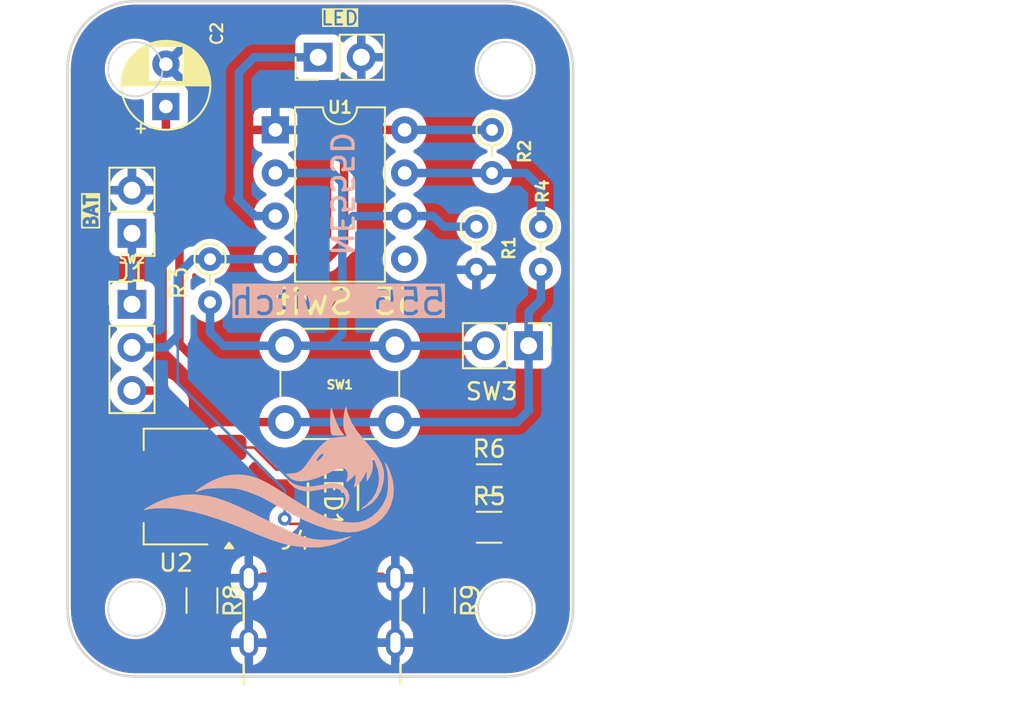
<source format=kicad_pcb>
(kicad_pcb (version 20240108) (generator "pcbnew") (generator_version "8.0")
  (layers (0 "F.Cu" signal) (31 "B.Cu" signal) (34 "B.Paste" user) (35 "F.Paste" user) (36 "B.SilkS" user "B.Silkscreen") (37 "F.SilkS" user "F.Silkscreen") (38 "B.Mask" user) (39 "F.Mask" user) (44 "Edge.Cuts" user))
  (net 0 "")
  (net 1 "Net-(C2-Pad1)")
  (net 2 "GND")
  (net 3 "Net-(U1-THR)")
  (net 4 "/VBAT")
  (net 5 "Net-(U1-DIS)")
  (net 7 "Net-(J4-CC1)")
  (net 8 "/VUSB")
  (net 9 "Net-(J3-Pin_1)")
  (net 10 "Net-(J4-CC2)")
  (net 11 "Net-(LED1-GND-Pad4)")
  (net 12 "/3V3")
  (net 13 "Net-(LED1-GND-Pad1)")
  (net 14 "VCC")
  (footprint "Package_TO_SOT_SMD:SOT-223-3_TabPin2" (layer "F.Cu") (at 116 115 180)
    (property "Reference" "U2" (at 0 -4.5 0) (layer "F.SilkS"))
    (property "Value" "AMS1117-3V3")
    (fp_line (start 1.91 3.41) (end 1.91 2.15) (stroke (width 0.12)) (layer "F.SilkS"))
    (fp_line (start 1.91 -3.41) (end 1.91 -2.15) (stroke (width 0.12)) (layer "F.SilkS"))
    (fp_line (start -1.85 3.41) (end 1.91 3.41) (stroke (width 0.12)) (layer "F.SilkS"))
    (fp_line (start -1.85 -3.41) (end 1.91 -3.41) (stroke (width 0.12)) (layer "F.SilkS"))
    (fp_poly (pts (xy -3.13 -3.31) (xy -3.37 -3.64) (xy -2.89 -3.64) (xy -3.13 -3.31)) (stroke (width 0.12)) (fill solid) (layer "F.SilkS"))
    (pad "1" smd roundrect (at -3.15 -2.3 180) (size 2 1.5) (layers "F.Cu" "F.Paste" "F.Mask") (net 8 "/VUSB"))
    (pad "2" smd roundrect (at -3.15 0 180) (size 2 1.5) (layers "F.Cu" "F.Paste" "F.Mask") (net 2 "GND"))
    (pad "2" smd roundrect (at 3.15 0 180) (size 2 3.8) (layers "F.Cu" "F.Paste" "F.Mask") (net 2 "GND"))
    (pad "3" smd roundrect (at -3.15 2.3 180) (size 2 1.5) (layers "F.Cu" "F.Paste" "F.Mask") (net 12 "/3V3"))
  )
  (footprint "Capacitor_THT:CP_Radial_D5.0mm_P2.50mm" (layer "F.Cu") (at 115.4 92.605113 90)
    (property "Reference" "C2" (at 4.3 3 270) (layer "F.SilkS") (effects (font (size 0.7 0.7) (thickness 0.125))))
    (property "Value" "10uF")
    (fp_line (start 1.29 -2.58) (end 1.29 2.58) (stroke (width 0.12)) (layer "F.SilkS"))
    (fp_line (start 1.25 -2.58) (end 1.25 2.58) (stroke (width 0.12)) (layer "F.SilkS"))
    (fp_line (start 1.33 -2.579) (end 1.33 2.579) (stroke (width 0.12)) (layer "F.SilkS"))
    (fp_line (start 1.37 -2.578) (end 1.37 2.578) (stroke (width 0.12)) (layer "F.SilkS"))
    (fp_line (start 1.41 -2.576) (end 1.41 2.576) (stroke (width 0.12)) (layer "F.SilkS"))
    (fp_line (start 1.45 -2.573) (end 1.45 2.573) (stroke (width 0.12)) (layer "F.SilkS"))
    (fp_line (start 1.49 -2.569) (end 1.49 -1.04) (stroke (width 0.12)) (layer "F.SilkS"))
    (fp_line (start 1.53 -2.565) (end 1.53 -1.04) (stroke (width 0.12)) (layer "F.SilkS"))
    (fp_line (start 1.57 -2.561) (end 1.57 -1.04) (stroke (width 0.12)) (layer "F.SilkS"))
    (fp_line (start 1.61 -2.556) (end 1.61 -1.04) (stroke (width 0.12)) (layer "F.SilkS"))
    (fp_line (start 1.65 -2.55) (end 1.65 -1.04) (stroke (width 0.12)) (layer "F.SilkS"))
    (fp_line (start 1.69 -2.543) (end 1.69 -1.04) (stroke (width 0.12)) (layer "F.SilkS"))
    (fp_line (start 1.73 -2.536) (end 1.73 -1.04) (stroke (width 0.12)) (layer "F.SilkS"))
    (fp_line (start 1.77 -2.528) (end 1.77 -1.04) (stroke (width 0.12)) (layer "F.SilkS"))
    (fp_line (start 1.81 -2.52) (end 1.81 -1.04) (stroke (width 0.12)) (layer "F.SilkS"))
    (fp_line (start 1.85 -2.511) (end 1.85 -1.04) (stroke (width 0.12)) (layer "F.SilkS"))
    (fp_line (start 1.89 -2.501) (end 1.89 -1.04) (stroke (width 0.12)) (layer "F.SilkS"))
    (fp_line (start 1.93 -2.491) (end 1.93 -1.04) (stroke (width 0.12)) (layer "F.SilkS"))
    (fp_line (start 1.971 -2.48) (end 1.971 -1.04) (stroke (width 0.12)) (layer "F.SilkS"))
    (fp_line (start 2.011 -2.468) (end 2.011 -1.04) (stroke (width 0.12)) (layer "F.SilkS"))
    (fp_line (start 2.051 -2.455) (end 2.051 -1.04) (stroke (width 0.12)) (layer "F.SilkS"))
    (fp_line (start 2.091 -2.442) (end 2.091 -1.04) (stroke (width 0.12)) (layer "F.SilkS"))
    (fp_line (start 2.131 -2.428) (end 2.131 -1.04) (stroke (width 0.12)) (layer "F.SilkS"))
    (fp_line (start 2.171 -2.414) (end 2.171 -1.04) (stroke (width 0.12)) (layer "F.SilkS"))
    (fp_line (start 2.211 -2.398) (end 2.211 -1.04) (stroke (width 0.12)) (layer "F.SilkS"))
    (fp_line (start 2.251 -2.382) (end 2.251 -1.04) (stroke (width 0.12)) (layer "F.SilkS"))
    (fp_line (start 2.291 -2.365) (end 2.291 -1.04) (stroke (width 0.12)) (layer "F.SilkS"))
    (fp_line (start 2.331 -2.348) (end 2.331 -1.04) (stroke (width 0.12)) (layer "F.SilkS"))
    (fp_line (start 2.371 -2.329) (end 2.371 -1.04) (stroke (width 0.12)) (layer "F.SilkS"))
    (fp_line (start 2.411 -2.31) (end 2.411 -1.04) (stroke (width 0.12)) (layer "F.SilkS"))
    (fp_line (start 2.451 -2.29) (end 2.451 -1.04) (stroke (width 0.12)) (layer "F.SilkS"))
    (fp_line (start 2.491 -2.268) (end 2.491 -1.04) (stroke (width 0.12)) (layer "F.SilkS"))
    (fp_line (start 2.531 -2.247) (end 2.531 -1.04) (stroke (width 0.12)) (layer "F.SilkS"))
    (fp_line (start 2.571 -2.224) (end 2.571 -1.04) (stroke (width 0.12)) (layer "F.SilkS"))
    (fp_line (start 2.611 -2.2) (end 2.611 -1.04) (stroke (width 0.12)) (layer "F.SilkS"))
    (fp_line (start 2.651 -2.175) (end 2.651 -1.04) (stroke (width 0.12)) (layer "F.SilkS"))
    (fp_line (start 2.691 -2.149) (end 2.691 -1.04) (stroke (width 0.12)) (layer "F.SilkS"))
    (fp_line (start 2.731 -2.122) (end 2.731 -1.04) (stroke (width 0.12)) (layer "F.SilkS"))
    (fp_line (start 2.771 -2.095) (end 2.771 -1.04) (stroke (width 0.12)) (layer "F.SilkS"))
    (fp_line (start 2.811 -2.065) (end 2.811 -1.04) (stroke (width 0.12)) (layer "F.SilkS"))
    (fp_line (start 2.851 -2.035) (end 2.851 -1.04) (stroke (width 0.12)) (layer "F.SilkS"))
    (fp_line (start 2.891 -2.004) (end 2.891 -1.04) (stroke (width 0.12)) (layer "F.SilkS"))
    (fp_line (start 2.931 -1.971) (end 2.931 -1.04) (stroke (width 0.12)) (layer "F.SilkS"))
    (fp_line (start 2.971 -1.937) (end 2.971 -1.04) (stroke (width 0.12)) (layer "F.SilkS"))
    (fp_line (start 3.011 -1.901) (end 3.011 -1.04) (stroke (width 0.12)) (layer "F.SilkS"))
    (fp_line (start 3.051 -1.864) (end 3.051 -1.04) (stroke (width 0.12)) (layer "F.SilkS"))
    (fp_line (start 3.091 -1.826) (end 3.091 -1.04) (stroke (width 0.12)) (layer "F.SilkS"))
    (fp_line (start 3.131 -1.785) (end 3.131 -1.04) (stroke (width 0.12)) (layer "F.SilkS"))
    (fp_line (start 3.171 -1.743) (end 3.171 -1.04) (stroke (width 0.12)) (layer "F.SilkS"))
    (fp_line (start -1.304775 -1.725) (end -1.304775 -1.225) (stroke (width 0.12)) (layer "F.SilkS"))
    (fp_line (start 3.211 -1.699) (end 3.211 -1.04) (stroke (width 0.12)) (layer "F.SilkS"))
    (fp_line (start 3.251 -1.653) (end 3.251 -1.04) (stroke (width 0.12)) (layer "F.SilkS"))
    (fp_line (start 3.291 -1.605) (end 3.291 -1.04) (stroke (width 0.12)) (layer "F.SilkS"))
    (fp_line (start 3.331 -1.554) (end 3.331 -1.04) (stroke (width 0.12)) (layer "F.SilkS"))
    (fp_line (start 3.371 -1.5) (end 3.371 -1.04) (stroke (width 0.12)) (layer "F.SilkS"))
    (fp_line (start -1.554775 -1.475) (end -1.054775 -1.475) (stroke (width 0.12)) (layer "F.SilkS"))
    (fp_line (start 3.411 -1.443) (end 3.411 -1.04) (stroke (width 0.12)) (layer "F.SilkS"))
    (fp_line (start 3.451 -1.383) (end 3.451 -1.04) (stroke (width 0.12)) (layer "F.SilkS"))
    (fp_line (start 3.491 -1.319) (end 3.491 -1.04) (stroke (width 0.12)) (layer "F.SilkS"))
    (fp_line (start 3.531 -1.251) (end 3.531 -1.04) (stroke (width 0.12)) (layer "F.SilkS"))
    (fp_line (start 3.571 -1.178) (end 3.571 1.178) (stroke (width 0.12)) (layer "F.SilkS"))
    (fp_line (start 3.611 -1.098) (end 3.611 1.098) (stroke (width 0.12)) (layer "F.SilkS"))
    (fp_line (start 3.651 -1.011) (end 3.651 1.011) (stroke (width 0.12)) (layer "F.SilkS"))
    (fp_line (start 3.691 -0.915) (end 3.691 0.915) (stroke (width 0.12)) (layer "F.SilkS"))
    (fp_line (start 3.731 -0.805) (end 3.731 0.805) (stroke (width 0.12)) (layer "F.SilkS"))
    (fp_line (start 3.771 -0.677) (end 3.771 0.677) (stroke (width 0.12)) (layer "F.SilkS"))
    (fp_line (start 3.811 -0.518) (end 3.811 0.518) (stroke (width 0.12)) (layer "F.SilkS"))
    (fp_line (start 3.851 -0.284) (end 3.851 0.284) (stroke (width 0.12)) (layer "F.SilkS"))
    (fp_line (start 3.531 1.04) (end 3.531 1.251) (stroke (width 0.12)) (layer "F.SilkS"))
    (fp_line (start 3.491 1.04) (end 3.491 1.319) (stroke (width 0.12)) (layer "F.SilkS"))
    (fp_line (start 3.451 1.04) (end 3.451 1.383) (stroke (width 0.12)) (layer "F.SilkS"))
    (fp_line (start 3.411 1.04) (end 3.411 1.443) (stroke (width 0.12)) (layer "F.SilkS"))
    (fp_line (start 3.371 1.04) (end 3.371 1.5) (stroke (width 0.12)) (layer "F.SilkS"))
    (fp_line (start 3.331 1.04) (end 3.331 1.554) (stroke (width 0.12)) (layer "F.SilkS"))
    (fp_line (start 3.291 1.04) (end 3.291 1.605) (stroke (width 0.12)) (layer "F.SilkS"))
    (fp_line (start 3.251 1.04) (end 3.251 1.653) (stroke (width 0.12)) (layer "F.SilkS"))
    (fp_line (start 3.211 1.04) (end 3.211 1.699) (stroke (width 0.12)) (layer "F.SilkS"))
    (fp_line (start 3.171 1.04) (end 3.171 1.743) (stroke (width 0.12)) (layer "F.SilkS"))
    (fp_line (start 3.131 1.04) (end 3.131 1.785) (stroke (width 0.12)) (layer "F.SilkS"))
    (fp_line (start 3.091 1.04) (end 3.091 1.826) (stroke (width 0.12)) (layer "F.SilkS"))
    (fp_line (start 3.051 1.04) (end 3.051 1.864) (stroke (width 0.12)) (layer "F.SilkS"))
    (fp_line (start 3.011 1.04) (end 3.011 1.901) (stroke (width 0.12)) (layer "F.SilkS"))
    (fp_line (start 2.971 1.04) (end 2.971 1.937) (stroke (width 0.12)) (layer "F.SilkS"))
    (fp_line (start 2.931 1.04) (end 2.931 1.971) (stroke (width 0.12)) (layer "F.SilkS"))
    (fp_line (start 2.891 1.04) (end 2.891 2.004) (stroke (width 0.12)) (layer "F.SilkS"))
    (fp_line (start 2.851 1.04) (end 2.851 2.035) (stroke (width 0.12)) (layer "F.SilkS"))
    (fp_line (start 2.811 1.04) (end 2.811 2.065) (stroke (width 0.12)) (layer "F.SilkS"))
    (fp_line (start 2.771 1.04) (end 2.771 2.095) (stroke (width 0.12)) (layer "F.SilkS"))
    (fp_line (start 2.731 1.04) (end 2.731 2.122) (stroke (width 0.12)) (layer "F.SilkS"))
    (fp_line (start 2.691 1.04) (end 2.691 2.149) (stroke (width 0.12)) (layer "F.SilkS"))
    (fp_line (start 2.651 1.04) (end 2.651 2.175) (stroke (width 0.12)) (layer "F.SilkS"))
    (fp_line (start 2.611 1.04) (end 2.611 2.2) (stroke (width 0.12)) (layer "F.SilkS"))
    (fp_line (start 2.571 1.04) (end 2.571 2.224) (stroke (width 0.12)) (layer "F.SilkS"))
    (fp_line (start 2.531 1.04) (end 2.531 2.247) (stroke (width 0.12)) (layer "F.SilkS"))
    (fp_line (start 2.491 1.04) (end 2.491 2.268) (stroke (width 0.12)) (layer "F.SilkS"))
    (fp_line (start 2.451 1.04) (end 2.451 2.29) (stroke (width 0.12)) (layer "F.SilkS"))
    (fp_line (start 2.411 1.04) (end 2.411 2.31) (stroke (width 0.12)) (layer "F.SilkS"))
    (fp_line (start 2.371 1.04) (end 2.371 2.329) (stroke (width 0.12)) (layer "F.SilkS"))
    (fp_line (start 2.331 1.04) (end 2.331 2.348) (stroke (width 0.12)) (layer "F.SilkS"))
    (fp_line (start 2.291 1.04) (end 2.291 2.365) (stroke (width 0.12)) (layer "F.SilkS"))
    (fp_line (start 2.251 1.04) (end 2.251 2.382) (stroke (width 0.12)) (layer "F.SilkS"))
    (fp_line (start 2.211 1.04) (end 2.211 2.398) (stroke (width 0.12)) (layer "F.SilkS"))
    (fp_line (start 2.171 1.04) (end 2.171 2.414) (stroke (width 0.12)) (layer "F.SilkS"))
    (fp_line (start 2.131 1.04) (end 2.131 2.428) (stroke (width 0.12)) (layer "F.SilkS"))
    (fp_line (start 2.091 1.04) (end 2.091 2.442) (stroke (width 0.12)) (layer "F.SilkS"))
    (fp_line (start 2.051 1.04) (end 2.051 2.455) (stroke (width 0.12)) (layer "F.SilkS"))
    (fp_line (start 2.011 1.04) (end 2.011 2.468) (stroke (width 0.12)) (layer "F.SilkS"))
    (fp_line (start 1.971 1.04) (end 1.971 2.48) (stroke (width 0.12)) (layer "F.SilkS"))
    (fp_line (start 1.93 1.04) (end 1.93 2.491) (stroke (width 0.12)) (layer "F.SilkS"))
    (fp_line (start 1.89 1.04) (end 1.89 2.501) (stroke (width 0.12)) (layer "F.SilkS"))
    (fp_line (start 1.85 1.04) (end 1.85 2.511) (stroke (width 0.12)) (layer "F.SilkS"))
    (fp_line (start 1.81 1.04) (end 1.81 2.52) (stroke (width 0.12)) (layer "F.SilkS"))
    (fp_line (start 1.77 1.04) (end 1.77 2.528) (stroke (width 0.12)) (layer "F.SilkS"))
    (fp_line (start 1.73 1.04) (end 1.73 2.536) (stroke (width 0.12)) (layer "F.SilkS"))
    (fp_line (start 1.69 1.04) (end 1.69 2.543) (stroke (width 0.12)) (layer "F.SilkS"))
    (fp_line (start 1.65 1.04) (end 1.65 2.55) (stroke (width 0.12)) (layer "F.SilkS"))
    (fp_line (start 1.61 1.04) (end 1.61 2.556) (stroke (width 0.12)) (layer "F.SilkS"))
    (fp_line (start 1.57 1.04) (end 1.57 2.561) (stroke (width 0.12)) (layer "F.SilkS"))
    (fp_line (start 1.53 1.04) (end 1.53 2.565) (stroke (width 0.12)) (layer "F.SilkS"))
    (fp_line (start 1.49 1.04) (end 1.49 2.569) (stroke (width 0.12)) (layer "F.SilkS"))
    (fp_circle (center 1.25 0) (end 3.87 0) (stroke (width 0.12)) (fill none) (layer "F.SilkS"))
    (pad "1" thru_hole rect (at 0 0 90) (size 1.6 1.6) (drill 0.8) (layers "*.Cu" "*.Mask") (net 1 "Net-(C2-Pad1)"))
    (pad "2" thru_hole circle (at 2.5 0 90) (size 1.6 1.6) (drill 0.8) (layers "*.Cu" "*.Mask") (net 2 "GND"))
  )
  (footprint "Package_DIP:DIP-8_W7.62mm" (layer "F.Cu") (at 121.85 93.98)
    (property "Reference" "U1" (at 3.81 -1.33 0) (layer "F.SilkS") (effects (font (size 0.7 0.7))))
    (property "Value" "NE555D")
    (fp_line (start 1.16 -1.33) (end 1.16 8.95) (stroke (width 0.12)) (layer "F.SilkS"))
    (fp_line (start 1.16 8.95) (end 6.46 8.95) (stroke (width 0.12)) (layer "F.SilkS"))
    (fp_line (start 2.81 -1.33) (end 1.16 -1.33) (stroke (width 0.12)) (layer "F.SilkS"))
    (fp_line (start 6.46 -1.33) (end 4.81 -1.33) (stroke (width 0.12)) (layer "F.SilkS"))
    (fp_line (start 6.46 8.95) (end 6.46 -1.33) (stroke (width 0.12)) (layer "F.SilkS"))
    (fp_arc (start 4.81 -1.33) (mid 3.81 -0.33) (end 2.81 -1.33) (stroke (width 0.12)) (layer "F.SilkS"))
    (pad "1" thru_hole rect (at 0 0) (size 1.6 1.6) (drill 0.8) (layers "*.Cu" "*.Mask") (net 2 "GND"))
    (pad "2" thru_hole oval (at 0 2.54) (size 1.6 1.6) (drill 0.8) (layers "*.Cu" "*.Mask") (net 3 "Net-(U1-THR)"))
    (pad "3" thru_hole oval (at 0 5.08) (size 1.6 1.6) (drill 0.8) (layers "*.Cu" "*.Mask") (net 9 "Net-(J3-Pin_1)"))
    (pad "4" thru_hole oval (at 0 7.62) (size 1.6 1.6) (drill 0.8) (layers "*.Cu" "*.Mask") (net 14 "VCC"))
    (pad "5" thru_hole oval (at 7.62 7.62) (size 1.6 1.6) (drill 0.8) (layers "*.Cu" "*.Mask"))
    (pad "6" thru_hole oval (at 7.62 5.08) (size 1.6 1.6) (drill 0.8) (layers "*.Cu" "*.Mask") (net 3 "Net-(U1-THR)"))
    (pad "7" thru_hole oval (at 7.62 2.54) (size 1.6 1.6) (drill 0.8) (layers "*.Cu" "*.Mask") (net 5 "Net-(U1-DIS)"))
    (pad "8" thru_hole oval (at 7.62 0) (size 1.6 1.6) (drill 0.8) (layers "*.Cu" "*.Mask") (net 14 "VCC"))
  )
  (footprint "Resistor_THT:R_Axial_DIN0204_L3.6mm_D1.6mm_P2.54mm_Vertical" (layer "F.Cu") (at 137.5 99.68 -90)
    (property "Reference" "R4" (at -2.08 -0.1 90) (layer "F.SilkS") (effects (font (size 0.7 0.7))))
    (property "Value" "10k")
    (fp_line (start 0.92 0) (end 1.54 0) (stroke (width 0.12)) (layer "F.SilkS"))
    (fp_circle (center 0 0) (end 0.92 0) (stroke (width 0.12)) (fill none) (layer "F.SilkS"))
    (pad "1" thru_hole circle (at 0 0 270) (size 1.4 1.4) (drill 0.7) (layers "*.Cu" "*.Mask") (net 5 "Net-(U1-DIS)"))
    (pad "2" thru_hole oval (at 2.54 0 270) (size 1.4 1.4) (drill 0.7) (layers "*.Cu" "*.Mask") (net 1 "Net-(C2-Pad1)"))
  )
  (footprint "Resistor_SMD:R_1206_3216Metric_Pad1.30x1.75mm_HandSolder" (layer "F.Cu") (at 134.45 117.4)
    (property "Reference" "R5" (at 0 -1.82 0) (layer "F.SilkS"))
    (property "Value" "5k1")
    (fp_line (start -0.727064 -0.91) (end 0.727064 -0.91) (stroke (width 0.12)) (layer "F.SilkS"))
    (fp_line (start -0.727064 0.91) (end 0.727064 0.91) (stroke (width 0.12)) (layer "F.SilkS"))
    (pad "1" smd roundrect (at -1.55 0) (size 1.3 1.75) (layers "F.Cu" "F.Paste" "F.Mask") (roundrect_rratio 0.192308) (net 11 "Net-(LED1-GND-Pad4)"))
    (pad "2" smd roundrect (at 1.55 0) (size 1.3 1.75) (layers "F.Cu" "F.Paste" "F.Mask") (roundrect_rratio 0.192308) (net 2 "GND"))
  )
  (footprint "Connector_PinHeader_2.54mm:PinHeader_1x02_P2.54mm_Vertical" (layer "F.Cu") (at 113.4 100.075 180)
    (property "Reference" "J1" (at 0 -2.33 0) (layer "F.SilkS"))
    (property "Value" "3V3")
    (fp_line (start 1.33 1.27) (end 1.33 3.87) (stroke (width 0.12)) (layer "F.SilkS"))
    (fp_line (start -1.33 3.87) (end 1.33 3.87) (stroke (width 0.12)) (layer "F.SilkS"))
    (fp_line (start -1.33 1.27) (end 1.33 1.27) (stroke (width 0.12)) (layer "F.SilkS"))
    (fp_line (start -1.33 1.27) (end -1.33 3.87) (stroke (width 0.12)) (layer "F.SilkS"))
    (fp_line (start -1.33 0) (end -1.33 -1.33) (stroke (width 0.12)) (layer "F.SilkS"))
    (fp_line (start -1.33 -1.33) (end 0 -1.33) (stroke (width 0.12)) (layer "F.SilkS"))
    (pad "1" thru_hole rect (at 0 0 180) (size 1.7 1.7) (drill 1) (layers "*.Cu" "*.Mask") (net 4 "/VBAT"))
    (pad "2" thru_hole oval (at 0 2.54 180) (size 1.7 1.7) (drill 1) (layers "*.Cu" "*.Mask") (net 2 "GND"))
  )
  (footprint "Alexander Footprint Library:USB-C MOLEX 2171750001" (layer "F.Cu") (at 124.605 126.8)
    (property "Reference" "J4" (at -1.5875 -8.605 0) (layer "F.SilkS"))
    (property "Value" "USB-C_Receptacle_PowerOnly_6P_MOLEX-2171750001")
    (fp_line (start -4.62 -3.75) (end -4.62 -5.2) (stroke (width 0.15)) (layer "F.SilkS"))
    (fp_line (start -4.62 -0.15) (end -4.62 -1.4) (stroke (width 0.15)) (layer "F.SilkS"))
    (fp_line (start 4.62 -3.75) (end 4.62 -5.2) (stroke (width 0.15)) (layer "F.SilkS"))
    (fp_line (start 4.62 -0.15) (end 4.62 -1.4) (stroke (width 0.15)) (layer "F.SilkS"))
    (pad "A5" smd rect (at -0.5 -6.48) (size 0.7 1.2) (layers "F.Cu" "F.Paste") (net 7 "Net-(J4-CC1)"))
    (pad "A9" smd rect (at 1.52 -6.48) (size 0.76 1.2) (layers "F.Cu" "F.Paste") (net 8 "/VUSB"))
    (pad "A12" smd rect (at 2.75 -6.48) (size 0.8 1.2) (layers "F.Cu" "F.Paste") (net 2 "GND"))
    (pad "B5" smd rect (at 0.5 -6.48) (size 0.7 1.2) (layers "F.Cu" "F.Paste") (net 10 "Net-(J4-CC2)"))
    (pad "B9" smd rect (at -1.52 -6.48) (size 0.76 1.2) (layers "F.Cu" "F.Paste") (net 8 "/VUSB"))
    (pad "B12" smd rect (at -2.75 -6.48) (size 0.8 1.2) (layers "F.Cu" "F.Paste") (net 2 "GND"))
    (pad "S1" thru_hole oval (at -4.32 -2.6) (size 1.1 1.7) (drill oval 0.6 1.2) (layers "*.Cu" "*.Mask") (net 2 "GND"))
    (pad "S2" thru_hole oval (at 4.32 -2.6) (size 1.1 1.7) (drill oval 0.6 1.2) (layers "*.Cu" "*.Mask") (net 2 "GND"))
    (pad "S3" thru_hole oval (at -4.32 -6.4) (size 1.1 1.7) (drill oval 0.6 1.2) (layers "*.Cu" "*.Mask") (net 2 "GND"))
    (pad "S4" thru_hole oval (at 4.32 -6.4) (size 1.1 1.7) (drill oval 0.6 1.2) (layers "*.Cu" "*.Mask") (net 2 "GND"))
  )
  (footprint "Alexander Footprint Library:B1552_HVK-M" (layer "F.Cu") (at 125.249999 115.6002 -90)
    (property "Reference" "LED1" (at 0 0 -90) (layer "F.SilkS"))
    (property "Value" "LED-RED-GREEN-B1552USUG20D")
    (fp_line (start -0.777373 1.4732) (end 0.777373 1.4732) (stroke (width 0.1524)) (layer "F.SilkS"))
    (fp_line (start -0.777373 -1.4732) (end 0.777373 -1.4732) (stroke (width 0.1524)) (layer "F.SilkS"))
    (fp_text user "*" (at -2.2352 -1.8041 -90) (layer "F.SilkS"))
    (fp_text user "*" (at -2.2352 -1.8041 90) (layer "F.SilkS"))
    (pad "1" smd rect (at -1.6002 -0.750001 270) (size 1.1176 1.0414) (layers "F.Cu" "F.Paste" "F.Mask") (net 13 "Net-(LED1-GND-Pad1)"))
    (pad "2" smd rect (at -1.6002 0.750001 270) (size 1.1176 1.0414) (layers "F.Cu" "F.Paste" "F.Mask") (net 12 "/3V3"))
    (pad "3" smd rect (at 1.6002 0.750001 270) (size 1.1176 1.0414) (layers "F.Cu" "F.Paste" "F.Mask") (net 14 "VCC"))
    (pad "4" smd rect (at 1.6002 -0.750001 270) (size 1.1176 1.0414) (layers "F.Cu" "F.Paste" "F.Mask") (net 11 "Net-(LED1-GND-Pad4)"))
  )
  (footprint "Resistor_SMD:R_1206_3216Metric_Pad1.30x1.75mm_HandSolder" (layer "F.Cu") (at 117.525 121.72 -90)
    (property "Reference" "R8" (at 0 -1.82 90) (layer "F.SilkS"))
    (property "Value" "5K7")
    (fp_line (start -0.727064 0.91) (end 0.727064 0.91) (stroke (width 0.12)) (layer "F.SilkS"))
    (fp_line (start -0.727064 -0.91) (end 0.727064 -0.91) (stroke (width 0.12)) (layer "F.SilkS"))
    (pad "1" smd roundrect (at -1.55 0 270) (size 1.3 1.75) (layers "F.Cu" "F.Paste" "F.Mask") (roundrect_rratio 0.192308) (net 2 "GND"))
    (pad "2" smd roundrect (at 1.55 0 270) (size 1.3 1.75) (layers "F.Cu" "F.Paste" "F.Mask") (roundrect_rratio 0.192308) (net 7 "Net-(J4-CC1)"))
  )
  (footprint "Connector_PinHeader_2.54mm:PinHeader_1x03_P2.54mm_Vertical" (layer "F.Cu") (at 113.4 104.26)
    (property "Reference" "SW2" (at -0.008 -2.672 0) (layer "F.SilkS") (effects (font (size 0.5 0.5) (thickness 0.125))))
    (property "Value" "SW_SPDT")
    (fp_line (start -1.33 -1.33) (end 0 -1.33) (stroke (width 0.12)) (layer "F.SilkS"))
    (fp_line (start -1.33 0) (end -1.33 -1.33) (stroke (width 0.12)) (layer "F.SilkS"))
    (fp_line (start -1.33 1.27) (end -1.33 6.41) (stroke (width 0.12)) (layer "F.SilkS"))
    (fp_line (start -1.33 1.27) (end 1.33 1.27) (stroke (width 0.12)) (layer "F.SilkS"))
    (fp_line (start -1.33 6.41) (end 1.33 6.41) (stroke (width 0.12)) (layer "F.SilkS"))
    (fp_line (start 1.33 1.27) (end 1.33 6.41) (stroke (width 0.12)) (layer "F.SilkS"))
    (pad "1" thru_hole rect (at 0 0) (size 1.7 1.7) (drill 1) (layers "*.Cu" "*.Mask") (net 4 "/VBAT"))
    (pad "2" thru_hole oval (at 0 2.54) (size 1.7 1.7) (drill 1) (layers "*.Cu" "*.Mask") (net 14 "VCC"))
    (pad "3" thru_hole oval (at 0 5.08) (size 1.7 1.7) (drill 1) (layers "*.Cu" "*.Mask") (net 12 "/3V3"))
  )
  (footprint "Resistor_SMD:R_1206_3216Metric_Pad1.30x1.75mm_HandSolder" (layer "F.Cu") (at 134.45 114.6)
    (property "Reference" "R6" (at 0 -1.82 0) (layer "F.SilkS"))
    (property "Value" "5k1")
    (fp_line (start -0.727064 -0.91) (end 0.727064 -0.91) (stroke (width 0.12)) (layer "F.SilkS"))
    (fp_line (start -0.727064 0.91) (end 0.727064 0.91) (stroke (width 0.12)) (layer "F.SilkS"))
    (pad "1" smd roundrect (at -1.55 0) (size 1.3 1.75) (layers "F.Cu" "F.Paste" "F.Mask") (roundrect_rratio 0.192308) (net 13 "Net-(LED1-GND-Pad1)"))
    (pad "2" smd roundrect (at 1.55 0) (size 1.3 1.75) (layers "F.Cu" "F.Paste" "F.Mask") (roundrect_rratio 0.192308) (net 2 "GND"))
  )
  (footprint "Resistor_SMD:R_1206_3216Metric_Pad1.30x1.75mm_HandSolder" (layer "F.Cu") (at 131.525 121.72 -90)
    (property "Reference" "R9" (at 0 -1.82 90) (layer "F.SilkS"))
    (property "Value" "5K7")
    (fp_line (start -0.727064 0.91) (end 0.727064 0.91) (stroke (width 0.12)) (layer "F.SilkS"))
    (fp_line (start -0.727064 -0.91) (end 0.727064 -0.91) (stroke (width 0.12)) (layer "F.SilkS"))
    (pad "1" smd roundrect (at -1.55 0 270) (size 1.3 1.75) (layers "F.Cu" "F.Paste" "F.Mask") (roundrect_rratio 0.192308) (net 2 "GND"))
    (pad "2" smd roundrect (at 1.55 0 270) (size 1.3 1.75) (layers "F.Cu" "F.Paste" "F.Mask") (roundrect_rratio 0.192308) (net 10 "Net-(J4-CC2)"))
  )
  (footprint "Resistor_THT:R_Axial_DIN0204_L3.6mm_D1.6mm_P2.54mm_Vertical" (layer "F.Cu") (at 133.7 99.68 -90)
    (property "Reference" "R1" (at 1.27 -1.92 90) (layer "F.SilkS") (effects (font (size 0.7 0.7))))
    (property "Value" "10k")
    (fp_line (start 0.92 0) (end 1.54 0) (stroke (width 0.12)) (layer "F.SilkS"))
    (fp_circle (center 0 0) (end 0.92 0) (stroke (width 0.12)) (fill none) (layer "F.SilkS"))
    (pad "1" thru_hole circle (at 0 0 270) (size 1.4 1.4) (drill 0.7) (layers "*.Cu" "*.Mask") (net 3 "Net-(U1-THR)"))
    (pad "2" thru_hole oval (at 2.54 0 270) (size 1.4 1.4) (drill 0.7) (layers "*.Cu" "*.Mask") (net 2 "GND"))
  )
  (footprint "Resistor_THT:R_Axial_DIN0204_L3.6mm_D1.6mm_P2.54mm_Vertical" (layer "F.Cu") (at 134.62 93.98 -90)
    (property "Reference" "R2" (at 1.27 -1.92 90) (layer "F.SilkS") (effects (font (size 0.7 0.7))))
    (property "Value" "10k")
    (fp_line (start 0.92 0) (end 1.54 0) (stroke (width 0.12)) (layer "F.SilkS"))
    (fp_circle (center 0 0) (end 0.92 0) (stroke (width 0.12)) (fill none) (layer "F.SilkS"))
    (pad "1" thru_hole circle (at 0 0 270) (size 1.4 1.4) (drill 0.7) (layers "*.Cu" "*.Mask") (net 14 "VCC"))
    (pad "2" thru_hole oval (at 2.54 0 270) (size 1.4 1.4) (drill 0.7) (layers "*.Cu" "*.Mask") (net 5 "Net-(U1-DIS)"))
  )
  (footprint "Connector_PinHeader_2.54mm:PinHeader_1x02_P2.54mm_Vertical" (layer "F.Cu") (at 124.375 89.7 90)
    (property "Reference" "J3" (hide yes))
    (property "Value" "OUT")
    (fp_line (start -1.33 -1.33) (end 0 -1.33) (stroke (width 0.12)) (layer "F.SilkS"))
    (fp_line (start -1.33 0) (end -1.33 -1.33) (stroke (width 0.12)) (layer "F.SilkS"))
    (fp_line (start 1.33 1.27) (end 1.33 3.87) (stroke (width 0.12)) (layer "F.SilkS"))
    (fp_line (start -1.33 1.27) (end 1.33 1.27) (stroke (width 0.12)) (layer "F.SilkS"))
    (fp_line (start -1.33 1.27) (end -1.33 3.87) (stroke (width 0.12)) (layer "F.SilkS"))
    (fp_line (start -1.33 3.87) (end 1.33 3.87) (stroke (width 0.12)) (layer "F.SilkS"))
    (pad "1" thru_hole rect (at 0 0 90) (size 1.7 1.7) (drill 1) (layers "*.Cu" "*.Mask") (net 9 "Net-(J3-Pin_1)"))
    (pad "2" thru_hole oval (at 0 2.54 90) (size 1.7 1.7) (drill 1) (layers "*.Cu" "*.Mask") (net 2 "GND"))
  )
  (footprint "Connector_PinHeader_2.54mm:PinHeader_1x02_P2.54mm_Vertical" (layer "F.Cu") (at 136.775 106.7 -90)
    (property "Reference" "SW3" (at 2.7 2.175 0) (layer "F.SilkS"))
    (property "Value" "SW_Reed")
    (fp_line (start -1.33 3.87) (end 1.33 3.87) (stroke (width 0.12)) (layer "F.SilkS"))
    (fp_line (start -1.33 1.27) (end -1.33 3.87) (stroke (width 0.12)) (layer "F.SilkS"))
    (fp_line (start -1.33 1.27) (end 1.33 1.27) (stroke (width 0.12)) (layer "F.SilkS"))
    (fp_line (start 1.33 1.27) (end 1.33 3.87) (stroke (width 0.12)) (layer "F.SilkS"))
    (fp_line (start -1.33 0) (end -1.33 -1.33) (stroke (width 0.12)) (layer "F.SilkS"))
    (fp_line (start -1.33 -1.33) (end 0 -1.33) (stroke (width 0.12)) (layer "F.SilkS"))
    (pad "1" thru_hole rect (at 0 0 270) (size 1.7 1.7) (drill 1) (layers "*.Cu" "*.Mask") (net 1 "Net-(C2-Pad1)"))
    (pad "2" thru_hole oval (at 0 2.54 270) (size 1.7 1.7) (drill 1) (layers "*.Cu" "*.Mask") (net 3 "Net-(U1-THR)"))
  )
  (footprint "Resistor_THT:R_Axial_DIN0204_L3.6mm_D1.6mm_P2.54mm_Vertical" (layer "F.Cu") (at 118 101.6 -90)
    (property "Reference" "R3" (at 1.4 1.84 90) (layer "F.SilkS"))
    (property "Value" "10k")
    (fp_line (start 0.92 0) (end 1.54 0) (stroke (width 0.12)) (layer "F.SilkS"))
    (fp_circle (center 0 0) (end 0.92 0) (stroke (width 0.12)) (fill none) (layer "F.SilkS"))
    (pad "1" thru_hole circle (at 0 0 270) (size 1.4 1.4) (drill 0.7) (layers "*.Cu" "*.Mask") (net 14 "VCC"))
    (pad "2" thru_hole oval (at 2.54 0 270) (size 1.4 1.4) (drill 0.7) (layers "*.Cu" "*.Mask") (net 3 "Net-(U1-THR)"))
  )
  (footprint "Button_Switch_THT:SW_PUSH_6mm" (layer "F.Cu") (at 122.4 106.7)
    (property "Reference" "SW1" (at 3.25 2.3 0) (layer "F.SilkS") (effects (font (size 0.5 0.5) (thickness 0.125))))
    (property "Value" "SW_Push")
    (fp_line (start -0.25 1.5) (end -0.25 3) (stroke (width 0.12)) (layer "F.SilkS"))
    (fp_line (start 1 5.5) (end 5.5 5.5) (stroke (width 0.12)) (layer "F.SilkS"))
    (fp_line (start 5.5 -1) (end 1 -1) (stroke (width 0.12)) (layer "F.SilkS"))
    (fp_line (start 6.75 3) (end 6.75 1.5) (stroke (width 0.12)) (layer "F.SilkS"))
    (pad "1" thru_hole circle (at 0 0 90) (size 2 2) (drill 1.1) (layers "*.Cu" "*.Mask") (net 3 "Net-(U1-THR)"))
    (pad "1" thru_hole circle (at 6.5 0 90) (size 2 2) (drill 1.1) (layers "*.Cu" "*.Mask") (net 3 "Net-(U1-THR)"))
    (pad "2" thru_hole circle (at 0 4.5 90) (size 2 2) (drill 1.1) (layers "*.Cu" "*.Mask") (net 1 "Net-(C2-Pad1)"))
    (pad "2" thru_hole circle (at 6.5 4.5 90) (size 2 2) (drill 1.1) (layers "*.Cu" "*.Mask") (net 1 "Net-(C2-Pad1)"))
  )
  (footprint "LOGO" (layer "B.Cu") (at 121.4 114.4 180)
    (property "Reference" "G***" (hide yes))
    (property "Value" "LOGO" (hide yes))
    (fp_poly (pts (xy -5.335668 -1.973085) (xy -5.363457 -2.000875) (xy -5.391247 -1.973085) (xy -5.363457 -1.945295)) (fill solid) (layer "B.SilkS"))
    (fp_poly (pts (xy -3.72712 3.989192) (xy -3.720697 3.973961) (xy -3.701102 3.866879) (xy -3.687804 3.678866) (xy -3.680882 3.439975) (xy -3.680421 3.180261) (xy -3.686502 2.929778) (xy -3.699208 2.718581) (xy -3.716893 2.584464) (xy -3.741095 2.495828) (xy -3.784399 2.444513) (xy -3.873902 2.418422) (xy -4.036701 2.405456) (xy -4.127166 2.40129) (xy -4.314775 2.400001) (xy -4.449213 2.412314) (xy -4.501944 2.435572) (xy -4.501969 2.436169) (xy -4.463752 2.510156) (xy -4.414064 2.560438) (xy -4.317104 2.679269) (xy -4.202066 2.879038) (xy -4.080896 3.133656) (xy -3.965538 3.417032) (xy -3.867936 3.703076) (xy -3.83055 3.835011) (xy -3.788365 3.978468) (xy -3.75726 4.025597)) (fill solid) (layer "B.SilkS"))
    (fp_poly (pts (xy -1.16813 -0.243105) (xy -1.254216 -0.368794) (xy -1.28983 -0.413219) (xy -1.537879 -0.635483) (xy -1.849965 -0.79747) (xy -2.187325 -0.881187) (xy -2.314341 -0.888735) (xy -2.497037 -0.877155) (xy -2.746282 -0.845689) (xy -3.020446 -0.800025) (xy -3.14804 -0.774864) (xy -3.516275 -0.710602) (xy -3.805925 -0.692046) (xy -4.04028 -0.720434) (xy -4.242632 -0.797) (xy -4.312229 -0.836658) (xy -4.497239 -1.008267) (xy -4.588805 -1.225532) (xy -4.584459 -1.470239) (xy -4.481739 -1.724177) (xy -4.44078 -1.786433) (xy -4.359302 -1.917364) (xy -4.351943 -1.969709) (xy -4.412174 -1.941384) (xy -4.533468 -1.830304) (xy -4.544045 -1.819408) (xy -4.734665 -1.563229) (xy -4.815304 -1.302684) (xy -4.806573 -1.114052) (xy -4.700145 -0.833593) (xy -4.503297 -0.610752) (xy -4.312939 -0.494963) (xy -4.14564 -0.432054) (xy -3.973801 -0.400998) (xy -3.772034 -0.401933) (xy -3.514951 -0.434994) (xy -3.177163 -0.500319) (xy -3.173511 -0.501089) (xy -2.63863 -0.587136) (xy -2.183217 -0.60137) (xy -1.801259 -0.543037) (xy -1.486742 -0.411382) (xy -1.292451 -0.264967) (xy -1.187436 -0.180532) (xy -1.145933 -0.176798)) (fill solid) (layer "B.SilkS"))
    (fp_poly (pts (xy 5.006815 -1.088445) (xy 5.716318 -1.225058) (xy 6.200827 -1.383806) (xy 6.403664 -1.468934) (xy 6.626548 -1.573239) (xy 6.848558 -1.685444) (xy 7.048775 -1.794268) (xy 7.20628 -1.888432) (xy 7.300154 -1.956656) (xy 7.315527 -1.984838) (xy 7.254956 -1.98449) (xy 7.122033 -1.961789) (xy 7.024333 -1.940189) (xy 6.806471 -1.906915) (xy 6.509925 -1.886858) (xy 6.16638 -1.879979) (xy 5.807519 -1.886237) (xy 5.465025 -1.905592) (xy 5.170583 -1.938004) (xy 5.141138 -1.942582) (xy 4.426362 -2.086382) (xy 3.63366 -2.298797) (xy 2.770609 -2.57741) (xy 1.844784 -2.919804) (xy 1.010836 -3.260583) (xy 0.441355 -3.497514) (xy -0.046623 -3.688235) (xy -0.469864 -3.838501) (xy -0.845133 -3.954062) (xy -1.189195 -4.040673) (xy -1.371928 -4.078191) (xy -1.768371 -4.138227) (xy -2.195636 -4.177783) (xy -2.616347 -4.195041) (xy -2.993123 -4.188182) (xy -3.212913 -4.167752) (xy -3.467108 -4.123955) (xy -3.736305 -4.064944) (xy -3.876552 -4.027934) (xy -4.038283 -3.972815) (xy -4.23561 -3.893936) (xy -4.4451 -3.802307) (xy -4.643316 -3.708932) (xy -4.806823 -3.624819) (xy -4.912187 -3.560974) (xy -4.93761 -3.529586) (xy -4.878362 -3.533932) (xy -4.740991 -3.564298) (xy -4.553715 -3.61434) (xy -4.52896 -3.621444) (xy -4.263761 -3.683348) (xy -3.968882 -3.720103) (xy -3.608736 -3.735703) (xy -3.501532 -3.73678) (xy -3.19922 -3.733182) (xy -2.919835 -3.716451) (xy -2.650591 -3.682285) (xy -2.378702 -3.626385) (xy -2.091382 -3.544451) (xy -1.775843 -3.432183) (xy -1.419301 -3.28528) (xy -1.008967 -3.099444) (xy -0.532057 -2.870373) (xy 0.024217 -2.593769) (xy 0.277899 -2.465774) (xy 0.908788 -2.151193) (xy 1.457458 -1.888515) (xy 1.937016 -1.672463) (xy 2.360572 -1.497764) (xy 2.741233 -1.359144) (xy 3.092107 -1.251328) (xy 3.426303 -1.169041) (xy 3.575896 -1.138716) (xy 4.289098 -1.059268)) (fill solid) (layer "B.SilkS"))
    (fp_poly (pts (xy -6.905998 0.758162) (xy -6.962759 0.600951) (xy -7.033118 0.344256) (xy -7.076378 0.016472) (xy -7.092183 -0.34585) (xy -7.080174 -0.706159) (xy -7.039992 -1.027906) (xy -6.980883 -1.250547) (xy -6.763375 -1.690507) (xy -6.474123 -2.069435) (xy -6.127243 -2.373404) (xy -5.73685 -2.588488) (xy -5.563615 -2.648878) (xy -5.327801 -2.699081) (xy -5.056923 -2.71721) (xy -4.755393 -2.708697) (xy -4.35446 -2.660239) (xy -3.927847 -2.556931) (xy -3.466953 -2.394884) (xy -2.963179 -2.17021) (xy -2.407923 -1.879024) (xy -1.792584 -1.517437) (xy -1.108562 -1.081562) (xy -1.0071 -1.01457) (xy -0.492206 -0.683257) (xy -0.044687 -0.419341) (xy 0.351284 -0.216499) (xy 0.71153 -0.068411) (xy 1.051879 0.031245) (xy 1.388155 0.088791) (xy 1.736184 0.110546) (xy 1.811196 0.11116) (xy 2.209545 0.08793) (xy 2.587906 0.011875) (xy 2.985773 -0.126555) (xy 3.220465 -0.229596) (xy 3.426096 -0.333288) (xy 3.645126 -0.457079) (xy 3.857915 -0.588021) (xy 4.044822 -0.71317) (xy 4.186205 -0.819577) (xy 4.262422 -0.894296) (xy 4.267621 -0.919833) (xy 4.208774 -0.913924) (xy 4.073957 -0.878799) (xy 3.892101 -0.822016) (xy 3.888205 -0.820718) (xy 3.725225 -0.77192) (xy 3.56218 -0.738179) (xy 3.373334 -0.71692) (xy 3.132947 -0.705567) (xy 2.815283 -0.701544) (xy 2.695624 -0.701384) (xy 2.35618 -0.703448) (xy 2.098843 -0.711561) (xy 1.894597 -0.729039) (xy 1.714421 -0.7592) (xy 1.529299 -0.805361) (xy 1.367243 -0.853246) (xy 0.950955 -0.993823) (xy 0.547075 -1.159732) (xy 0.126735 -1.364384) (xy -0.338935 -1.621188) (xy -0.542279 -1.74028) (xy -1.387822 -2.215648) (xy -2.179537 -2.606384) (xy -2.915301 -2.911815) (xy -3.59299 -3.131273) (xy -4.210479 -3.264085) (xy -4.765643 -3.30958) (xy -5.256358 -3.267087) (xy -5.328395 -3.252158) (xy -5.86764 -3.080586) (xy -6.335668 -2.830855) (xy -6.727607 -2.512655) (xy -7.038587 -2.135675) (xy -7.263735 -1.709605) (xy -7.39818 -1.244134) (xy -7.437052 -0.748952) (xy -7.375479 -0.233748) (xy -7.20859 0.291789) (xy -7.162597 0.396304) (xy -7.060917 0.603512) (xy -6.977088 0.750807) (xy -6.918438 0.830684) (xy -6.892299 0.835638)) (fill solid) (layer "B.SilkS"))
    (fp_poly (pts (xy -4.556503 3.973961) (xy -4.520533 3.840385) (xy -4.487756 3.634631) (xy -4.464038 3.395647) (xy -4.460134 3.333896) (xy -4.454225 3.038515) (xy -4.480237 2.807976) (xy -4.54713 2.598354) (xy -4.654092 2.383309) (xy -4.612375 2.364187) (xy -4.484682 2.344093) (xy -4.2961 2.32668) (xy -4.240174 2.323042) (xy -3.873323 2.277556) (xy -3.602294 2.191422) (xy -3.584521 2.182588) (xy -3.348899 2.020904) (xy -3.082371 1.766082) (xy -2.794532 1.428501) (xy -2.49498 1.018542) (xy -2.458084 0.964056) (xy -2.251081 0.669692) (xy -2.075655 0.459558) (xy -1.912351 0.319129) (xy -1.741716 0.23388) (xy -1.544295 0.189288) (xy -1.402354 0.175843) (xy -1.049214 0.153357) (xy -1.17767 0.015818) (xy -1.384103 -0.158726) (xy -1.620776 -0.258269) (xy -1.91889 -0.294599) (xy -2.000875 -0.295241) (xy -2.386755 -0.252234) (xy -2.829533 -0.133031) (xy -3.31108 0.056544) (xy -3.709428 0.253548) (xy -4.010174 0.401117) (xy -4.241961 0.478647) (xy -4.420301 0.48836) (xy -4.560706 0.432478) (xy -4.618459 0.38373) (xy -4.698395 0.231726) (xy -4.711815 0.024236) (xy -4.657293 -0.20412) (xy -4.643968 -0.236214) (xy -4.627839 -0.319252) (xy -4.677618 -0.328735) (xy -4.78048 -0.269581) (xy -4.9236 -0.146704) (xy -4.953147 -0.117698) (xy -5.168928 0.098082) (xy -5.168928 -0.11408) (xy -5.153411 -0.299881) (xy -5.115666 -0.465845) (xy -5.111793 -0.476519) (xy -5.078233 -0.591861) (xy -5.07906 -0.651197) (xy -5.13753 -0.639037) (xy -5.240535 -0.557561) (xy -5.368361 -0.428161) (xy -5.501289 -0.27223) (xy -5.619604 -0.11116) (xy -5.6963 0.018497) (xy -5.838743 0.305689) (xy -5.82342 0.013861) (xy -5.819631 -0.148953) (xy -5.826307 -0.2547) (xy -5.835886 -0.277554) (xy -5.89623 -0.229792) (xy -5.977644 -0.108472) (xy -6.063382 0.055435) (xy -6.136699 0.230957) (xy -6.171345 0.342865) (xy -6.207717 0.632127) (xy -6.178753 0.870168) (xy -6.149992 1.029127) (xy -6.140164 1.13666) (xy -6.144537 1.160875) (xy -6.177076 1.12602) (xy -6.241939 1.0129) (xy -6.326013 0.844699) (xy -6.339244 0.816636) (xy -6.49792 0.360813) (xy -6.554463 -0.096231) (xy -6.512178 -0.540542) (xy -6.374371 -0.958169) (xy -6.144345 -1.335159) (xy -5.825407 -1.657561) (xy -5.737359 -1.724292) (xy -5.56755 -1.851199) (xy -5.4929 -1.920809) (xy -5.513486 -1.933402) (xy -5.629383 -1.889262) (xy -5.764656 -1.826023) (xy -6.144627 -1.582948) (xy -6.447032 -1.261132) (xy -6.670071 -0.86317) (xy -6.811949 -0.391655) (xy -6.830695 -0.28709) (xy -6.861483 -0.001007) (xy -6.853395 0.266591) (xy -6.800141 0.528729) (xy -6.695433 0.798433) (xy -6.53298 1.088728) (xy -6.419832 1.250547) (xy -6.113786 1.250547) (xy -6.085996 1.222757) (xy -6.058206 1.250547) (xy -6.085996 1.278337) (xy -6.113786 1.250547) (xy -6.419832 1.250547) (xy -6.384164 1.301558) (xy -3.276553 1.301558) (xy -3.249487 1.2128) (xy -3.144391 1.080121) (xy -3.116748 1.051742) (xy -2.989426 0.933278) (xy -2.919109 0.895195) (xy -2.891998 0.932181) (xy -2.890153 0.964532) (xy -2.927111 1.055442) (xy -3.015279 1.172388) (xy -3.120597 1.277341) (xy -3.209007 1.332273) (xy -3.220979 1.333917) (xy -3.276553 1.301558) (xy -6.384164 1.301558) (xy -6.306493 1.41264) (xy -6.009684 1.783195) (xy -5.636262 2.213417) (xy -5.608104 2.244971) (xy -5.233172 2.714919) (xy -4.945024 3.185268) (xy -4.751728 3.642009) (xy -4.703359 3.815277) (xy -4.626773 4.1407)) (fill solid) (layer "B.SilkS"))
  )
  (gr_line (start 113.6 86.4) (end 135.4 86.4) (stroke (width 0.15)) (layer "Edge.Cuts"))
  (gr_line (start 135.4 126.2) (end 113.6 126.2) (stroke (width 0.15)) (layer "Edge.Cuts"))
  (gr_arc (start 135.4 86.4) (mid 138.228427 87.571573) (end 139.4 90.4) (stroke (width 0.15)) (layer "Edge.Cuts"))
  (gr_arc (start 113.6 126.2) (mid 110.771573 125.028427) (end 109.6 122.2) (stroke (width 0.15)) (layer "Edge.Cuts"))
  (gr_circle (center 113.6 122.2) (end 113.6 120.6) (stroke (width 0.1)) (fill none) (layer "Edge.Cuts"))
  (gr_line (start 139.4 90.4) (end 139.4 122.2) (stroke (width 0.15)) (layer "Edge.Cuts"))
  (gr_line (start 109.6 122.2) (end 109.6 90.4) (stroke (width 0.15)) (layer "Edge.Cuts"))
  (gr_circle (center 113.6 90.4) (end 113.6 88.8) (stroke (width 0.1)) (fill none) (layer "Edge.Cuts"))
  (gr_arc (start 139.4 122.2) (mid 138.228427 125.028427) (end 135.4 126.2) (stroke (width 0.15)) (layer "Edge.Cuts"))
  (gr_circle (center 135.4 90.4) (end 135.4 88.8) (stroke (width 0.1)) (fill none) (layer "Edge.Cuts"))
  (gr_circle (center 135.4 122.2) (end 135.4 120.6) (stroke (width 0.1)) (fill none) (layer "Edge.Cuts"))
  (gr_arc (start 109.6 90.4) (mid 110.771573 87.571573) (end 113.6 86.4) (stroke (width 0.15)) (layer "Edge.Cuts"))
  (gr_text "NE555D" (at 125.75 97.75 270) (layer "B.SilkS") (effects (font (size 1.25 1.25) (thickness 0.2) (bold yes)) (justify mirror)))
  (gr_text "555 Switch" (at 132 105 0) (layer "B.SilkS" knockout) (effects (font (size 1.5 1.5) (thickness 0.2) (bold yes)) (justify left bottom mirror)))
  (gr_text "BAT" (at 111 98.8 90) (layer "F.SilkS" knockout) (effects (font (size 0.75 0.75) (thickness 0.1875) (bold yes))))
  (gr_text "ON / OFF" (at 121.8 104.6 0) (layer "F.SilkS" knockout) (effects (font (size 1 1) (thickness 0.2) (bold yes)) (justify left bottom)))
  (gr_text "LED" (at 125.65 87.4 0) (layer "F.SilkS" knockout) (effects (font (size 0.8 0.8) (thickness 0.125) (bold yes))))
  (segment (start 115.4 94.8) (end 116.2 95.6) (width 0.5) (layer "F.Cu") (net 1))
  (segment (start 120.8 111.2) (end 122.4 111.2) (width 0.5) (layer "F.Cu") (net 1))
  (segment (start 116.2 95.6) (end 116.2 106.6) (width 0.5) (layer "F.Cu") (net 1))
  (segment (start 116.2 106.6) (end 120.8 111.2) (width 0.5) (layer "F.Cu") (net 1))
  (segment (start 115.4 92.605113) (end 115.4 94.8) (width 0.5) (layer "F.Cu") (net 1))
  (segment (start 136.775 110.475) (end 136.775 106.7) (width 0.5) (layer "B.Cu") (net 1))
  (segment (start 128.9 111.2) (end 136.1 111.2) (width 0.5) (layer "B.Cu") (net 1))
  (segment (start 136.8 110.5) (end 136.775 110.475) (width 0.5) (layer "B.Cu") (net 1))
  (segment (start 122.4 111.2) (end 128.9 111.2) (width 0.5) (layer "B.Cu") (net 1))
  (segment (start 136.775 106.7) (end 136.775 104.725) (width 0.5) (layer "B.Cu") (net 1))
  (segment (start 136.1 111.2) (end 136.8 110.5) (width 0.5) (layer "B.Cu") (net 1))
  (segment (start 136.775 104.725) (end 137.5 104) (width 0.5) (layer "B.Cu") (net 1))
  (segment (start 137.5 104) (end 137.5 102.22) (width 0.5) (layer "B.Cu") (net 1))
  (segment (start 118 105.9) (end 118 104.14) (width 0.5) (layer "B.Cu") (net 3))
  (segment (start 125.1 106.7) (end 122.4 106.7) (width 0.5) (layer "B.Cu") (net 3))
  (segment (start 125.8 97.1) (end 125.8 99.7) (width 0.5) (layer "B.Cu") (net 3))
  (segment (start 125.8 106) (end 125.1 106.7) (width 0.5) (layer "B.Cu") (net 3))
  (segment (start 131.16 99.06) (end 131.78 99.68) (width 0.5) (layer "B.Cu") (net 3))
  (segment (start 129.47 99.06) (end 131.16 99.06) (width 0.5) (layer "B.Cu") (net 3))
  (segment (start 125.22 96.52) (end 125.8 97.1) (width 0.5) (layer "B.Cu") (net 3))
  (segment (start 134.235 106.7) (end 128.9 106.7) (width 0.5) (layer "B.Cu") (net 3))
  (segment (start 122.4 106.7) (end 118.8 106.7) (width 0.5) (layer "B.Cu") (net 3))
  (segment (start 128.9 106.7) (end 125.1 106.7) (width 0.5) (layer "B.Cu") (net 3))
  (segment (start 126.44 99.06) (end 125.8 99.7) (width 0.5) (layer "B.Cu") (net 3))
  (segment (start 125.8 99.7) (end 125.8 106) (width 0.5) (layer "B.Cu") (net 3))
  (segment (start 121.85 96.52) (end 125.22 96.52) (width 0.5) (layer "B.Cu") (net 3))
  (segment (start 118.8 106.7) (end 118 105.9) (width 0.5) (layer "B.Cu") (net 3))
  (segment (start 131.78 99.68) (end 133.7 99.68) (width 0.5) (layer "B.Cu") (net 3))
  (segment (start 129.47 99.06) (end 126.44 99.06) (width 0.5) (layer "B.Cu") (net 3))
  (segment (start 113.4 100.075) (end 113.4 104.26) (width 0.5) (layer "B.Cu") (net 4))
  (segment (start 136.62 96.52) (end 137.5 97.4) (width 0.5) (layer "B.Cu") (net 5))
  (segment (start 134.62 96.52) (end 136.62 96.52) (width 0.5) (layer "B.Cu") (net 5))
  (segment (start 137.5 97.4) (end 137.5 99.68) (width 0.5) (layer "B.Cu") (net 5))
  (segment (start 129.47 96.52) (end 134.62 96.52) (width 0.5) (layer "B.Cu") (net 5))
  (segment (start 124.105 121.695) (end 124.105 120.32) (width 0.2) (layer "F.Cu") (net 7))
  (segment (start 123.6 122.2) (end 124.105 121.695) (width 0.2) (layer "F.Cu") (net 7))
  (segment (start 117.525 123.27) (end 117.83 123.27) (width 0.2) (layer "F.Cu") (net 7))
  (segment (start 118.9 122.2) (end 123.6 122.2) (width 0.2) (layer "F.Cu") (net 7))
  (segment (start 117.83 123.27) (end 118.9 122.2) (width 0.2) (layer "F.Cu") (net 7))
  (segment (start 126.125 120.32) (end 126.125 118.925) (width 0.5) (layer "F.Cu") (net 8))
  (segment (start 120.7 117.3) (end 121.9 118.5) (width 0.5) (layer "F.Cu") (net 8))
  (segment (start 123.1 119.3) (end 123.085 119.315) (width 0.5) (layer "F.Cu") (net 8))
  (segment (start 126.125 118.925) (end 125.7 118.5) (width 0.5) (layer "F.Cu") (net 8))
  (segment (start 123.085 119.315) (end 123.085 120.32) (width 0.5) (layer "F.Cu") (net 8))
  (segment (start 123.1 118.9) (end 123.1 119.3) (width 0.5) (layer "F.Cu") (net 8))
  (segment (start 125.7 118.5) (end 123.5 118.5) (width 0.5) (layer "F.Cu") (net 8))
  (segment (start 121.9 118.5) (end 123.5 118.5) (width 0.5) (layer "F.Cu") (net 8))
  (segment (start 123.5 118.5) (end 123.1 118.9) (width 0.5) (layer "F.Cu") (net 8))
  (segment (start 119.15 117.3) (end 120.7 117.3) (width 0.5) (layer "F.Cu") (net 8))
  (segment (start 119.7 97.9) (end 119.7 90.6) (width 0.5) (layer "B.Cu") (net 9))
  (segment (start 120.6 89.7) (end 124.375 89.7) (width 0.5) (layer "B.Cu") (net 9))
  (segment (start 119.6 98) (end 119.7 97.9) (width 0.5) (layer "B.Cu") (net 9))
  (segment (start 120.66 99.06) (end 119.6 98) (width 0.5) (layer "B.Cu") (net 9))
  (segment (start 119.7 90.6) (end 120.6 89.7) (width 0.5) (layer "B.Cu") (net 9))
  (segment (start 121.85 99.06) (end 120.66 99.06) (width 0.5) (layer "B.Cu") (net 9))
  (segment (start 125.105 121.705) (end 125.6 122.2) (width 0.2) (layer "F.Cu") (net 10))
  (segment (start 131.27 123.27) (end 131.525 123.27) (width 0.2) (layer "F.Cu") (net 10))
  (segment (start 125.6 122.2) (end 130.2 122.2) (width 0.2) (layer "F.Cu") (net 10))
  (segment (start 125.105 120.32) (end 125.105 121.705) (width 0.2) (layer "F.Cu") (net 10))
  (segment (start 130.2 122.2) (end 131.27 123.27) (width 0.2) (layer "F.Cu") (net 10))
  (segment (start 130.2004 117.2004) (end 130.4 117.4) (width 0.15) (layer "F.Cu") (net 11))
  (segment (start 130.4 117.4) (end 132.9 117.4) (width 0.15) (layer "F.Cu") (net 11))
  (segment (start 126 117.2004) (end 130.2004 117.2004) (width 0.15) (layer "F.Cu") (net 11))
  (segment (start 121.9 114) (end 120.6 112.7) (width 0.15) (layer "F.Cu") (net 12))
  (segment (start 113.4 109.34) (end 115.34 109.34) (width 0.5) (layer "F.Cu") (net 12))
  (segment (start 116 110) (end 116 112.1) (width 0.5) (layer "F.Cu") (net 12))
  (segment (start 116.6 112.7) (end 119.15 112.7) (width 0.5) (layer "F.Cu") (net 12))
  (segment (start 115.34 109.34) (end 116 110) (width 0.5) (layer "F.Cu") (net 12))
  (segment (start 120.6 112.7) (end 119.15 112.7) (width 0.15) (layer "F.Cu") (net 12))
  (segment (start 124.499998 114) (end 121.9 114) (width 0.15) (layer "F.Cu") (net 12))
  (segment (start 116 112.1) (end 116.6 112.7) (width 0.5) (layer "F.Cu") (net 12))
  (segment (start 130.2 114) (end 130.8 114.6) (width 0.15) (layer "F.Cu") (net 13))
  (segment (start 130.8 114.6) (end 132.9 114.6) (width 0.15) (layer "F.Cu") (net 13))
  (segment (start 126 114) (end 130.2 114) (width 0.15) (layer "F.Cu") (net 13))
  (segment (start 121.85 101.6) (end 124.9 101.6) (width 0.5) (layer "F.Cu") (net 14))
  (segment (start 122.4 116.9) (end 122.7004 117.2004) (width 0.15) (layer "F.Cu") (net 14))
  (segment (start 127.02 93.98) (end 129.47 93.98) (width 0.5) (layer "F.Cu") (net 14))
  (segment (start 124.9 101.6) (end 125.9 100.6) (width 0.5) (layer "F.Cu") (net 14))
  (segment (start 125.9 95.1) (end 127.02 93.98) (width 0.5) (layer "F.Cu") (net 14))
  (segment (start 125.9 100.6) (end 125.9 95.1) (width 0.5) (layer "F.Cu") (net 14))
  (segment (start 122.7004 117.2004) (end 124.499998 117.2004) (width 0.15) (layer "F.Cu") (net 14))
  (via (at 122.4 116.9) (size 0.8) (drill 0.4) (layers "F.Cu" "B.Cu") (net 14))
  (segment (start 115.4 106.8) (end 116.1 106.1) (width 0.5) (layer "B.Cu") (net 14))
  (segment (start 113.4 106.8) (end 115.4 106.8) (width 0.5) (layer "B.Cu") (net 14))
  (segment (start 122.4 115.2) (end 116.1 108.9) (width 0.15) (layer "B.Cu") (net 14))
  (segment (start 122.4 116.9) (end 122.4 115.2) (width 0.15) (layer "B.Cu") (net 14))
  (segment (start 117 101.6) (end 118 101.6) (width 0.5) (layer "B.Cu") (net 14))
  (segment (start 116.1 102.5) (end 117 101.6) (width 0.5) (layer "B.Cu") (net 14))
  (segment (start 129.47 93.98) (end 134.62 93.98) (width 0.5) (layer "B.Cu") (net 14))
  (segment (start 116.1 108.9) (end 116.1 106.1) (width 0.15) (layer "B.Cu") (net 14))
  (segment (start 121.85 101.6) (end 118 101.6) (width 0.5) (layer "B.Cu") (net 14))
  (segment (start 116.1 106.1) (end 116.1 102.5) (width 0.5) (layer "B.Cu") (net 14))
  (zone (net 2) (net_name "GND") (layer "F.Cu") (priority 1) (connect_pads (clearance 0.5)) (min_thickness 0.25) (fill yes (thermal_gap 0.5) (thermal_bridge_width 0.5) (island_removal_mode 1) (island_area_min 10))
    (polygon (pts (xy 109.6 86.4) (xy 139.4 86.4) (xy 139.4 126.2) (xy 109.6 126.2)))
  )
  (zone (net 2) (net_name "GND") (layer "B.Cu") (connect_pads (clearance 0.5)) (min_thickness 0.25) (fill yes (thermal_gap 0.5) (thermal_bridge_width 0.5) (island_removal_mode 1) (island_area_min 10))
    (polygon (pts (xy 109.6 86.4) (xy 139.4 86.4) (xy 139.6 126.2) (xy 109.6 126.2)))
  )
)
</source>
